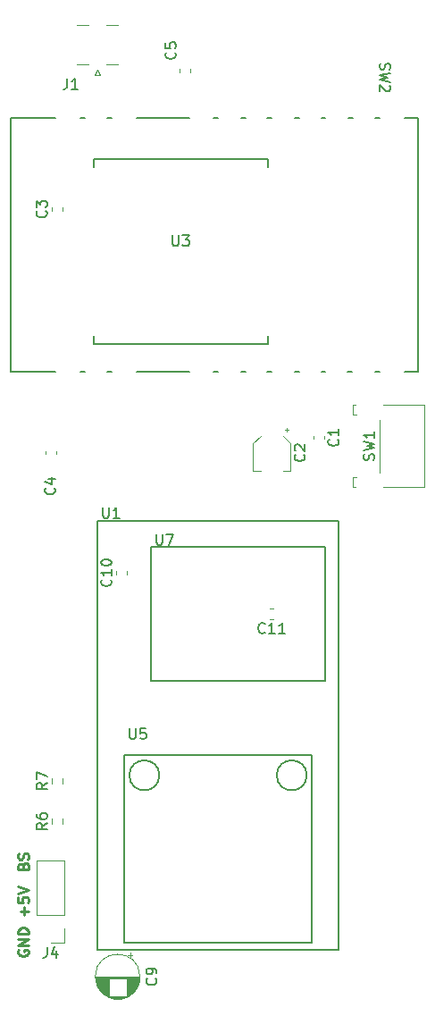
<source format=gto>
G04 #@! TF.GenerationSoftware,KiCad,Pcbnew,6.0.11+dfsg-1*
G04 #@! TF.CreationDate,2024-11-16T17:33:14+02:00*
G04 #@! TF.ProjectId,lora_tracker,6c6f7261-5f74-4726-9163-6b65722e6b69,rev?*
G04 #@! TF.SameCoordinates,Original*
G04 #@! TF.FileFunction,Legend,Top*
G04 #@! TF.FilePolarity,Positive*
%FSLAX46Y46*%
G04 Gerber Fmt 4.6, Leading zero omitted, Abs format (unit mm)*
G04 Created by KiCad (PCBNEW 6.0.11+dfsg-1) date 2024-11-16 17:33:14*
%MOMM*%
%LPD*%
G01*
G04 APERTURE LIST*
%ADD10C,0.250000*%
%ADD11C,0.150000*%
%ADD12C,0.120000*%
%ADD13C,0.127000*%
G04 APERTURE END LIST*
D10*
X75636428Y-128285714D02*
X75636428Y-127523809D01*
X76017380Y-127904761D02*
X75255476Y-127904761D01*
X75017380Y-126571428D02*
X75017380Y-127047619D01*
X75493571Y-127095238D01*
X75445952Y-127047619D01*
X75398333Y-126952380D01*
X75398333Y-126714285D01*
X75445952Y-126619047D01*
X75493571Y-126571428D01*
X75588809Y-126523809D01*
X75826904Y-126523809D01*
X75922142Y-126571428D01*
X75969761Y-126619047D01*
X76017380Y-126714285D01*
X76017380Y-126952380D01*
X75969761Y-127047619D01*
X75922142Y-127095238D01*
X75017380Y-126238095D02*
X76017380Y-125904761D01*
X75017380Y-125571428D01*
X75493571Y-123594761D02*
X75541190Y-123451904D01*
X75588809Y-123404285D01*
X75684047Y-123356666D01*
X75826904Y-123356666D01*
X75922142Y-123404285D01*
X75969761Y-123451904D01*
X76017380Y-123547142D01*
X76017380Y-123928095D01*
X75017380Y-123928095D01*
X75017380Y-123594761D01*
X75065000Y-123499523D01*
X75112619Y-123451904D01*
X75207857Y-123404285D01*
X75303095Y-123404285D01*
X75398333Y-123451904D01*
X75445952Y-123499523D01*
X75493571Y-123594761D01*
X75493571Y-123928095D01*
X75969761Y-122975714D02*
X76017380Y-122832857D01*
X76017380Y-122594761D01*
X75969761Y-122499523D01*
X75922142Y-122451904D01*
X75826904Y-122404285D01*
X75731666Y-122404285D01*
X75636428Y-122451904D01*
X75588809Y-122499523D01*
X75541190Y-122594761D01*
X75493571Y-122785238D01*
X75445952Y-122880476D01*
X75398333Y-122928095D01*
X75303095Y-122975714D01*
X75207857Y-122975714D01*
X75112619Y-122928095D01*
X75065000Y-122880476D01*
X75017380Y-122785238D01*
X75017380Y-122547142D01*
X75065000Y-122404285D01*
X75065000Y-131571904D02*
X75017380Y-131667142D01*
X75017380Y-131810000D01*
X75065000Y-131952857D01*
X75160238Y-132048095D01*
X75255476Y-132095714D01*
X75445952Y-132143333D01*
X75588809Y-132143333D01*
X75779285Y-132095714D01*
X75874523Y-132048095D01*
X75969761Y-131952857D01*
X76017380Y-131810000D01*
X76017380Y-131714761D01*
X75969761Y-131571904D01*
X75922142Y-131524285D01*
X75588809Y-131524285D01*
X75588809Y-131714761D01*
X76017380Y-131095714D02*
X75017380Y-131095714D01*
X76017380Y-130524285D01*
X75017380Y-130524285D01*
X76017380Y-130048095D02*
X75017380Y-130048095D01*
X75017380Y-129810000D01*
X75065000Y-129667142D01*
X75160238Y-129571904D01*
X75255476Y-129524285D01*
X75445952Y-129476666D01*
X75588809Y-129476666D01*
X75779285Y-129524285D01*
X75874523Y-129571904D01*
X75969761Y-129667142D01*
X76017380Y-129810000D01*
X76017380Y-130048095D01*
D11*
X102117142Y-84621666D02*
X102164761Y-84669285D01*
X102212380Y-84812142D01*
X102212380Y-84907380D01*
X102164761Y-85050238D01*
X102069523Y-85145476D01*
X101974285Y-85193095D01*
X101783809Y-85240714D01*
X101640952Y-85240714D01*
X101450476Y-85193095D01*
X101355238Y-85145476D01*
X101260000Y-85050238D01*
X101212380Y-84907380D01*
X101212380Y-84812142D01*
X101260000Y-84669285D01*
X101307619Y-84621666D01*
X101307619Y-84240714D02*
X101260000Y-84193095D01*
X101212380Y-84097857D01*
X101212380Y-83859761D01*
X101260000Y-83764523D01*
X101307619Y-83716904D01*
X101402857Y-83669285D01*
X101498095Y-83669285D01*
X101640952Y-83716904D01*
X102212380Y-84288333D01*
X102212380Y-83669285D01*
X105332142Y-83186666D02*
X105379761Y-83234285D01*
X105427380Y-83377142D01*
X105427380Y-83472380D01*
X105379761Y-83615238D01*
X105284523Y-83710476D01*
X105189285Y-83758095D01*
X104998809Y-83805714D01*
X104855952Y-83805714D01*
X104665476Y-83758095D01*
X104570238Y-83710476D01*
X104475000Y-83615238D01*
X104427380Y-83472380D01*
X104427380Y-83377142D01*
X104475000Y-83234285D01*
X104522619Y-83186666D01*
X105427380Y-82234285D02*
X105427380Y-82805714D01*
X105427380Y-82520000D02*
X104427380Y-82520000D01*
X104570238Y-82615238D01*
X104665476Y-82710476D01*
X104713095Y-82805714D01*
X89662095Y-63857380D02*
X89662095Y-64666904D01*
X89709714Y-64762142D01*
X89757333Y-64809761D01*
X89852571Y-64857380D01*
X90043047Y-64857380D01*
X90138285Y-64809761D01*
X90185904Y-64762142D01*
X90233523Y-64666904D01*
X90233523Y-63857380D01*
X90614476Y-63857380D02*
X91233523Y-63857380D01*
X90900190Y-64238333D01*
X91043047Y-64238333D01*
X91138285Y-64285952D01*
X91185904Y-64333571D01*
X91233523Y-64428809D01*
X91233523Y-64666904D01*
X91185904Y-64762142D01*
X91138285Y-64809761D01*
X91043047Y-64857380D01*
X90757333Y-64857380D01*
X90662095Y-64809761D01*
X90614476Y-64762142D01*
X77667142Y-61534166D02*
X77714761Y-61581785D01*
X77762380Y-61724642D01*
X77762380Y-61819880D01*
X77714761Y-61962738D01*
X77619523Y-62057976D01*
X77524285Y-62105595D01*
X77333809Y-62153214D01*
X77190952Y-62153214D01*
X77000476Y-62105595D01*
X76905238Y-62057976D01*
X76810000Y-61962738D01*
X76762380Y-61819880D01*
X76762380Y-61724642D01*
X76810000Y-61581785D01*
X76857619Y-61534166D01*
X76762380Y-61200833D02*
X76762380Y-60581785D01*
X77143333Y-60915119D01*
X77143333Y-60772261D01*
X77190952Y-60677023D01*
X77238571Y-60629404D01*
X77333809Y-60581785D01*
X77571904Y-60581785D01*
X77667142Y-60629404D01*
X77714761Y-60677023D01*
X77762380Y-60772261D01*
X77762380Y-61057976D01*
X77714761Y-61153214D01*
X77667142Y-61200833D01*
X88062142Y-134261270D02*
X88109761Y-134308889D01*
X88157380Y-134451746D01*
X88157380Y-134546984D01*
X88109761Y-134689842D01*
X88014523Y-134785080D01*
X87919285Y-134832699D01*
X87728809Y-134880318D01*
X87585952Y-134880318D01*
X87395476Y-134832699D01*
X87300238Y-134785080D01*
X87205000Y-134689842D01*
X87157380Y-134546984D01*
X87157380Y-134451746D01*
X87205000Y-134308889D01*
X87252619Y-134261270D01*
X88157380Y-133785080D02*
X88157380Y-133594604D01*
X88109761Y-133499365D01*
X88062142Y-133451746D01*
X87919285Y-133356508D01*
X87728809Y-133308889D01*
X87347857Y-133308889D01*
X87252619Y-133356508D01*
X87205000Y-133404127D01*
X87157380Y-133499365D01*
X87157380Y-133689842D01*
X87205000Y-133785080D01*
X87252619Y-133832699D01*
X87347857Y-133880318D01*
X87585952Y-133880318D01*
X87681190Y-133832699D01*
X87728809Y-133785080D01*
X87776428Y-133689842D01*
X87776428Y-133499365D01*
X87728809Y-133404127D01*
X87681190Y-133356508D01*
X87585952Y-133308889D01*
X108739761Y-85153333D02*
X108787380Y-85010476D01*
X108787380Y-84772380D01*
X108739761Y-84677142D01*
X108692142Y-84629523D01*
X108596904Y-84581904D01*
X108501666Y-84581904D01*
X108406428Y-84629523D01*
X108358809Y-84677142D01*
X108311190Y-84772380D01*
X108263571Y-84962857D01*
X108215952Y-85058095D01*
X108168333Y-85105714D01*
X108073095Y-85153333D01*
X107977857Y-85153333D01*
X107882619Y-85105714D01*
X107835000Y-85058095D01*
X107787380Y-84962857D01*
X107787380Y-84724761D01*
X107835000Y-84581904D01*
X107787380Y-84248571D02*
X108787380Y-84010476D01*
X108073095Y-83820000D01*
X108787380Y-83629523D01*
X107787380Y-83391428D01*
X108787380Y-82486666D02*
X108787380Y-83058095D01*
X108787380Y-82772380D02*
X107787380Y-82772380D01*
X107930238Y-82867619D01*
X108025476Y-82962857D01*
X108073095Y-83058095D01*
X85598095Y-110577380D02*
X85598095Y-111386904D01*
X85645714Y-111482142D01*
X85693333Y-111529761D01*
X85788571Y-111577380D01*
X85979047Y-111577380D01*
X86074285Y-111529761D01*
X86121904Y-111482142D01*
X86169523Y-111386904D01*
X86169523Y-110577380D01*
X87121904Y-110577380D02*
X86645714Y-110577380D01*
X86598095Y-111053571D01*
X86645714Y-111005952D01*
X86740952Y-110958333D01*
X86979047Y-110958333D01*
X87074285Y-111005952D01*
X87121904Y-111053571D01*
X87169523Y-111148809D01*
X87169523Y-111386904D01*
X87121904Y-111482142D01*
X87074285Y-111529761D01*
X86979047Y-111577380D01*
X86740952Y-111577380D01*
X86645714Y-111529761D01*
X86598095Y-111482142D01*
X89892142Y-46521666D02*
X89939761Y-46569285D01*
X89987380Y-46712142D01*
X89987380Y-46807380D01*
X89939761Y-46950238D01*
X89844523Y-47045476D01*
X89749285Y-47093095D01*
X89558809Y-47140714D01*
X89415952Y-47140714D01*
X89225476Y-47093095D01*
X89130238Y-47045476D01*
X89035000Y-46950238D01*
X88987380Y-46807380D01*
X88987380Y-46712142D01*
X89035000Y-46569285D01*
X89082619Y-46521666D01*
X88987380Y-45616904D02*
X88987380Y-46093095D01*
X89463571Y-46140714D01*
X89415952Y-46093095D01*
X89368333Y-45997857D01*
X89368333Y-45759761D01*
X89415952Y-45664523D01*
X89463571Y-45616904D01*
X89558809Y-45569285D01*
X89796904Y-45569285D01*
X89892142Y-45616904D01*
X89939761Y-45664523D01*
X89987380Y-45759761D01*
X89987380Y-45997857D01*
X89939761Y-46093095D01*
X89892142Y-46140714D01*
X109362738Y-47561666D02*
X109315119Y-47704523D01*
X109315119Y-47942619D01*
X109362738Y-48037857D01*
X109410357Y-48085476D01*
X109505595Y-48133095D01*
X109600833Y-48133095D01*
X109696071Y-48085476D01*
X109743690Y-48037857D01*
X109791309Y-47942619D01*
X109838928Y-47752142D01*
X109886547Y-47656904D01*
X109934166Y-47609285D01*
X110029404Y-47561666D01*
X110124642Y-47561666D01*
X110219880Y-47609285D01*
X110267500Y-47656904D01*
X110315119Y-47752142D01*
X110315119Y-47990238D01*
X110267500Y-48133095D01*
X110315119Y-48466428D02*
X109315119Y-48704523D01*
X110029404Y-48895000D01*
X109315119Y-49085476D01*
X110315119Y-49323571D01*
X110219880Y-49656904D02*
X110267500Y-49704523D01*
X110315119Y-49799761D01*
X110315119Y-50037857D01*
X110267500Y-50133095D01*
X110219880Y-50180714D01*
X110124642Y-50228333D01*
X110029404Y-50228333D01*
X109886547Y-50180714D01*
X109315119Y-49609285D01*
X109315119Y-50228333D01*
X78462142Y-87796666D02*
X78509761Y-87844285D01*
X78557380Y-87987142D01*
X78557380Y-88082380D01*
X78509761Y-88225238D01*
X78414523Y-88320476D01*
X78319285Y-88368095D01*
X78128809Y-88415714D01*
X77985952Y-88415714D01*
X77795476Y-88368095D01*
X77700238Y-88320476D01*
X77605000Y-88225238D01*
X77557380Y-88082380D01*
X77557380Y-87987142D01*
X77605000Y-87844285D01*
X77652619Y-87796666D01*
X77890714Y-86939523D02*
X78557380Y-86939523D01*
X77509761Y-87177619D02*
X78224047Y-87415714D01*
X78224047Y-86796666D01*
X83782142Y-96465357D02*
X83829761Y-96512976D01*
X83877380Y-96655833D01*
X83877380Y-96751071D01*
X83829761Y-96893928D01*
X83734523Y-96989166D01*
X83639285Y-97036785D01*
X83448809Y-97084404D01*
X83305952Y-97084404D01*
X83115476Y-97036785D01*
X83020238Y-96989166D01*
X82925000Y-96893928D01*
X82877380Y-96751071D01*
X82877380Y-96655833D01*
X82925000Y-96512976D01*
X82972619Y-96465357D01*
X83877380Y-95512976D02*
X83877380Y-96084404D01*
X83877380Y-95798690D02*
X82877380Y-95798690D01*
X83020238Y-95893928D01*
X83115476Y-95989166D01*
X83163095Y-96084404D01*
X82877380Y-94893928D02*
X82877380Y-94798690D01*
X82925000Y-94703452D01*
X82972619Y-94655833D01*
X83067857Y-94608214D01*
X83258333Y-94560595D01*
X83496428Y-94560595D01*
X83686904Y-94608214D01*
X83782142Y-94655833D01*
X83829761Y-94703452D01*
X83877380Y-94798690D01*
X83877380Y-94893928D01*
X83829761Y-94989166D01*
X83782142Y-95036785D01*
X83686904Y-95084404D01*
X83496428Y-95132023D01*
X83258333Y-95132023D01*
X83067857Y-95084404D01*
X82972619Y-95036785D01*
X82925000Y-94989166D01*
X82877380Y-94893928D01*
X77762380Y-119546666D02*
X77286190Y-119880000D01*
X77762380Y-120118095D02*
X76762380Y-120118095D01*
X76762380Y-119737142D01*
X76810000Y-119641904D01*
X76857619Y-119594285D01*
X76952857Y-119546666D01*
X77095714Y-119546666D01*
X77190952Y-119594285D01*
X77238571Y-119641904D01*
X77286190Y-119737142D01*
X77286190Y-120118095D01*
X76762380Y-118689523D02*
X76762380Y-118880000D01*
X76810000Y-118975238D01*
X76857619Y-119022857D01*
X77000476Y-119118095D01*
X77190952Y-119165714D01*
X77571904Y-119165714D01*
X77667142Y-119118095D01*
X77714761Y-119070476D01*
X77762380Y-118975238D01*
X77762380Y-118784761D01*
X77714761Y-118689523D01*
X77667142Y-118641904D01*
X77571904Y-118594285D01*
X77333809Y-118594285D01*
X77238571Y-118641904D01*
X77190952Y-118689523D01*
X77143333Y-118784761D01*
X77143333Y-118975238D01*
X77190952Y-119070476D01*
X77238571Y-119118095D01*
X77333809Y-119165714D01*
X83058095Y-89622380D02*
X83058095Y-90431904D01*
X83105714Y-90527142D01*
X83153333Y-90574761D01*
X83248571Y-90622380D01*
X83439047Y-90622380D01*
X83534285Y-90574761D01*
X83581904Y-90527142D01*
X83629523Y-90431904D01*
X83629523Y-89622380D01*
X84629523Y-90622380D02*
X84058095Y-90622380D01*
X84343809Y-90622380D02*
X84343809Y-89622380D01*
X84248571Y-89765238D01*
X84153333Y-89860476D01*
X84058095Y-89908095D01*
X77771666Y-131307380D02*
X77771666Y-132021666D01*
X77724047Y-132164523D01*
X77628809Y-132259761D01*
X77485952Y-132307380D01*
X77390714Y-132307380D01*
X78676428Y-131640714D02*
X78676428Y-132307380D01*
X78438333Y-131259761D02*
X78200238Y-131974047D01*
X78819285Y-131974047D01*
X77762380Y-115736666D02*
X77286190Y-116070000D01*
X77762380Y-116308095D02*
X76762380Y-116308095D01*
X76762380Y-115927142D01*
X76810000Y-115831904D01*
X76857619Y-115784285D01*
X76952857Y-115736666D01*
X77095714Y-115736666D01*
X77190952Y-115784285D01*
X77238571Y-115831904D01*
X77286190Y-115927142D01*
X77286190Y-116308095D01*
X76762380Y-115403333D02*
X76762380Y-114736666D01*
X77762380Y-115165238D01*
X79676666Y-48982380D02*
X79676666Y-49696666D01*
X79629047Y-49839523D01*
X79533809Y-49934761D01*
X79390952Y-49982380D01*
X79295714Y-49982380D01*
X80676666Y-49982380D02*
X80105238Y-49982380D01*
X80390952Y-49982380D02*
X80390952Y-48982380D01*
X80295714Y-49125238D01*
X80200476Y-49220476D01*
X80105238Y-49268095D01*
X98417142Y-101482142D02*
X98369523Y-101529761D01*
X98226666Y-101577380D01*
X98131428Y-101577380D01*
X97988571Y-101529761D01*
X97893333Y-101434523D01*
X97845714Y-101339285D01*
X97798095Y-101148809D01*
X97798095Y-101005952D01*
X97845714Y-100815476D01*
X97893333Y-100720238D01*
X97988571Y-100625000D01*
X98131428Y-100577380D01*
X98226666Y-100577380D01*
X98369523Y-100625000D01*
X98417142Y-100672619D01*
X99369523Y-101577380D02*
X98798095Y-101577380D01*
X99083809Y-101577380D02*
X99083809Y-100577380D01*
X98988571Y-100720238D01*
X98893333Y-100815476D01*
X98798095Y-100863095D01*
X100321904Y-101577380D02*
X99750476Y-101577380D01*
X100036190Y-101577380D02*
X100036190Y-100577380D01*
X99940952Y-100720238D01*
X99845714Y-100815476D01*
X99750476Y-100863095D01*
X88138095Y-92162380D02*
X88138095Y-92971904D01*
X88185714Y-93067142D01*
X88233333Y-93114761D01*
X88328571Y-93162380D01*
X88519047Y-93162380D01*
X88614285Y-93114761D01*
X88661904Y-93067142D01*
X88709523Y-92971904D01*
X88709523Y-92162380D01*
X89090476Y-92162380D02*
X89757142Y-92162380D01*
X89328571Y-93162380D01*
D12*
X100820000Y-83584437D02*
X100820000Y-86215000D01*
X100820000Y-86215000D02*
X100120000Y-86215000D01*
X100120000Y-82884437D02*
X100820000Y-83584437D01*
X100682500Y-82267500D02*
X100307500Y-82267500D01*
X97300000Y-86215000D02*
X98000000Y-86215000D01*
X100495000Y-82080000D02*
X100495000Y-82455000D01*
X97300000Y-83584437D02*
X97300000Y-86215000D01*
X98000000Y-82884437D02*
X97300000Y-83584437D01*
X104055000Y-82873733D02*
X104055000Y-83166267D01*
X103035000Y-82873733D02*
X103035000Y-83166267D01*
D11*
X98674000Y-74155000D02*
X98674000Y-73405000D01*
X82174000Y-74155000D02*
X98674000Y-74155000D01*
X82174000Y-57405000D02*
X82174000Y-56655000D01*
X82174000Y-73405000D02*
X82174000Y-74155000D01*
X82174000Y-56655000D02*
X98674000Y-56655000D01*
X98674000Y-56655000D02*
X98674000Y-57405000D01*
D12*
X78230000Y-61513767D02*
X78230000Y-61221233D01*
X79250000Y-61513767D02*
X79250000Y-61221233D01*
D13*
X80958501Y-52770000D02*
X81358501Y-52770000D01*
X106258501Y-76770000D02*
X106658501Y-76770000D01*
X74358501Y-52770000D02*
X78558501Y-52770000D01*
X83458501Y-76770000D02*
X83858501Y-76770000D01*
X80958501Y-76770000D02*
X81358501Y-76770000D01*
X93558501Y-52770000D02*
X93958501Y-52770000D01*
X96158501Y-76770000D02*
X96558501Y-76770000D01*
X74358501Y-76770000D02*
X74358501Y-52770000D01*
X93558501Y-76770000D02*
X93958501Y-76770000D01*
X112958501Y-52770000D02*
X111658501Y-52770000D01*
X86258501Y-76770000D02*
X91258501Y-76770000D01*
X98658501Y-52770000D02*
X99058501Y-52770000D01*
X112958501Y-76770000D02*
X112958501Y-52770000D01*
X83458501Y-52770000D02*
X83858501Y-52770000D01*
X86258501Y-52770000D02*
X91258501Y-52770000D01*
X101258501Y-76770000D02*
X101658501Y-76770000D01*
X103758501Y-52770000D02*
X104158501Y-52770000D01*
X98658501Y-76770000D02*
X99058501Y-76770000D01*
X108858501Y-76770000D02*
X109258501Y-76770000D01*
X96158501Y-52770000D02*
X96558501Y-52770000D01*
X101258501Y-52770000D02*
X101658501Y-52770000D01*
X103758501Y-76770000D02*
X104158501Y-76770000D01*
X78558501Y-76770000D02*
X74358501Y-76770000D01*
X111658501Y-76770000D02*
X112958501Y-76770000D01*
X106358501Y-52770000D02*
X106758501Y-52770000D01*
X108858501Y-52770000D02*
X109258501Y-52770000D01*
D12*
X83615000Y-135295604D02*
X82747000Y-135295604D01*
X83615000Y-135255604D02*
X82720000Y-135255604D01*
X86460000Y-134654604D02*
X85295000Y-134654604D01*
X85851000Y-135655604D02*
X85295000Y-135655604D01*
X86263000Y-135135604D02*
X85295000Y-135135604D01*
X86190000Y-135255604D02*
X85295000Y-135255604D01*
X86344000Y-134975604D02*
X85295000Y-134975604D01*
X86489000Y-134534604D02*
X85295000Y-134534604D01*
X83615000Y-134774604D02*
X82487000Y-134774604D01*
X86480000Y-134574604D02*
X85295000Y-134574604D01*
X83615000Y-135095604D02*
X82625000Y-135095604D01*
X83615000Y-135135604D02*
X82647000Y-135135604D01*
X86526000Y-134294604D02*
X85295000Y-134294604D01*
X83615000Y-134815604D02*
X82501000Y-134815604D01*
X83615000Y-135375604D02*
X82805000Y-135375604D01*
X83615000Y-135735604D02*
X83151000Y-135735604D01*
X83615000Y-135335604D02*
X82775000Y-135335604D01*
X86007000Y-135495604D02*
X85295000Y-135495604D01*
X85655000Y-135815604D02*
X85295000Y-135815604D01*
X85933000Y-135575604D02*
X85295000Y-135575604D01*
X86534000Y-134174604D02*
X82376000Y-134174604D01*
X86163000Y-135295604D02*
X85295000Y-135295604D01*
X83615000Y-135015604D02*
X82585000Y-135015604D01*
X86522000Y-134334604D02*
X85295000Y-134334604D01*
X86517000Y-134374604D02*
X85295000Y-134374604D01*
X83615000Y-134694604D02*
X82461000Y-134694604D01*
X85971000Y-135535604D02*
X85295000Y-135535604D01*
X86135000Y-135335604D02*
X85295000Y-135335604D01*
X86362000Y-134935604D02*
X85295000Y-134935604D01*
X86423000Y-134774604D02*
X85295000Y-134774604D01*
X83615000Y-134574604D02*
X82430000Y-134574604D01*
X85650000Y-131824803D02*
X85650000Y-132224803D01*
X86240000Y-135175604D02*
X85295000Y-135175604D01*
X86409000Y-134815604D02*
X85295000Y-134815604D01*
X83615000Y-134654604D02*
X82450000Y-134654604D01*
X85223000Y-136055604D02*
X83687000Y-136055604D01*
X85468000Y-135935604D02*
X83442000Y-135935604D01*
X83615000Y-135655604D02*
X83059000Y-135655604D01*
X83615000Y-135535604D02*
X82939000Y-135535604D01*
X83615000Y-134534604D02*
X82421000Y-134534604D01*
X83615000Y-134734604D02*
X82473000Y-134734604D01*
X83615000Y-135815604D02*
X83255000Y-135815604D01*
X86437000Y-134734604D02*
X85295000Y-134734604D01*
X83615000Y-134614604D02*
X82439000Y-134614604D01*
X86042000Y-135455604D02*
X85295000Y-135455604D01*
X86532000Y-134214604D02*
X82378000Y-134214604D01*
X83615000Y-135695604D02*
X83104000Y-135695604D01*
X85597000Y-135855604D02*
X85295000Y-135855604D01*
X86105000Y-135375604D02*
X85295000Y-135375604D01*
X85806000Y-135695604D02*
X85295000Y-135695604D01*
X85535000Y-135895604D02*
X85295000Y-135895604D01*
X86511000Y-134414604D02*
X85295000Y-134414604D01*
X83615000Y-135575604D02*
X82977000Y-135575604D01*
X85119000Y-136095604D02*
X83791000Y-136095604D01*
X86529000Y-134254604D02*
X82381000Y-134254604D01*
X86285000Y-135095604D02*
X85295000Y-135095604D01*
X84825000Y-136175604D02*
X84085000Y-136175604D01*
X85395000Y-135975604D02*
X83515000Y-135975604D01*
X86535000Y-134134604D02*
X82375000Y-134134604D01*
X86449000Y-134694604D02*
X85295000Y-134694604D01*
X86325000Y-135015604D02*
X85295000Y-135015604D01*
X85759000Y-135735604D02*
X85295000Y-135735604D01*
X86497000Y-134494604D02*
X85295000Y-134494604D01*
X86306000Y-135055604D02*
X85295000Y-135055604D01*
X83615000Y-134414604D02*
X82399000Y-134414604D01*
X83615000Y-134294604D02*
X82384000Y-134294604D01*
X83615000Y-134454604D02*
X82405000Y-134454604D01*
X83615000Y-134494604D02*
X82413000Y-134494604D01*
X83615000Y-135495604D02*
X82903000Y-135495604D01*
X86215000Y-135215604D02*
X85295000Y-135215604D01*
X86395000Y-134855604D02*
X85295000Y-134855604D01*
X83615000Y-134935604D02*
X82548000Y-134935604D01*
X83615000Y-134334604D02*
X82388000Y-134334604D01*
X86505000Y-134454604D02*
X85295000Y-134454604D01*
X84992000Y-136135604D02*
X83918000Y-136135604D01*
X83615000Y-134895604D02*
X82531000Y-134895604D01*
X83615000Y-135415604D02*
X82836000Y-135415604D01*
X86471000Y-134614604D02*
X85295000Y-134614604D01*
X83615000Y-135055604D02*
X82604000Y-135055604D01*
X86074000Y-135415604D02*
X85295000Y-135415604D01*
X86379000Y-134895604D02*
X85295000Y-134895604D01*
X83615000Y-134975604D02*
X82566000Y-134975604D01*
X83615000Y-135775604D02*
X83201000Y-135775604D01*
X85709000Y-135775604D02*
X85295000Y-135775604D01*
X85314000Y-136015604D02*
X83596000Y-136015604D01*
X85850000Y-132024803D02*
X85450000Y-132024803D01*
X83615000Y-135855604D02*
X83313000Y-135855604D01*
X83615000Y-135615604D02*
X83017000Y-135615604D01*
X83615000Y-135455604D02*
X82868000Y-135455604D01*
X83615000Y-134855604D02*
X82515000Y-134855604D01*
X83615000Y-135175604D02*
X82670000Y-135175604D01*
X83615000Y-135215604D02*
X82695000Y-135215604D01*
X85893000Y-135615604D02*
X85295000Y-135615604D01*
X83615000Y-135895604D02*
X83375000Y-135895604D01*
X83615000Y-134374604D02*
X82393000Y-134374604D01*
X86535000Y-134094604D02*
X82375000Y-134094604D01*
X86575000Y-134094604D02*
G75*
G03*
X86575000Y-134094604I-2120000J0D01*
G01*
X107015000Y-87690000D02*
X106715000Y-87690000D01*
X106715000Y-87690000D02*
X106715000Y-86800000D01*
X106715000Y-86800000D02*
X107065000Y-86800000D01*
X109265000Y-81330000D02*
X109265000Y-86310000D01*
X113505000Y-79950000D02*
X109655000Y-79950000D01*
X113505000Y-87690000D02*
X113505000Y-79950000D01*
X106715000Y-80840000D02*
X107065000Y-80840000D01*
X109655000Y-87690000D02*
X113505000Y-87690000D01*
X106715000Y-80840000D02*
X106715000Y-79950000D01*
X107015000Y-79950000D02*
X106715000Y-79950000D01*
D11*
X85090000Y-130897500D02*
X102870000Y-130897500D01*
X102870000Y-130897500D02*
X102870000Y-113117500D01*
X102870000Y-113117500D02*
X85090000Y-113117500D01*
X85090000Y-113117500D02*
X85090000Y-130897500D01*
X88414903Y-115022500D02*
G75*
G03*
X88414903Y-115022500I-1419903J0D01*
G01*
X102384903Y-115022500D02*
G75*
G03*
X102384903Y-115022500I-1419903J0D01*
G01*
D12*
X90295000Y-48406267D02*
X90295000Y-48113733D01*
X91315000Y-48406267D02*
X91315000Y-48113733D01*
X77595000Y-84601267D02*
X77595000Y-84308733D01*
X78615000Y-84601267D02*
X78615000Y-84308733D01*
X84345000Y-95968767D02*
X84345000Y-95676233D01*
X85365000Y-95968767D02*
X85365000Y-95676233D01*
X78217500Y-119634724D02*
X78217500Y-119125276D01*
X79262500Y-119634724D02*
X79262500Y-119125276D01*
D11*
X105410000Y-90892500D02*
X105410000Y-131532500D01*
X102870000Y-90892500D02*
X82550000Y-90892500D01*
X102870000Y-90892500D02*
X105410000Y-90892500D01*
X82550000Y-90892500D02*
X82550000Y-131532500D01*
X82550000Y-131532500D02*
X105410000Y-131532500D01*
D12*
X76775000Y-128255000D02*
X76775000Y-123115000D01*
X79435000Y-128255000D02*
X76775000Y-128255000D01*
X79435000Y-123115000D02*
X76775000Y-123115000D01*
X79435000Y-129525000D02*
X79435000Y-130855000D01*
X79435000Y-130855000D02*
X78105000Y-130855000D01*
X79435000Y-128255000D02*
X79435000Y-123115000D01*
X79262500Y-115824724D02*
X79262500Y-115315276D01*
X78217500Y-115824724D02*
X78217500Y-115315276D01*
X82800000Y-48697500D02*
X82550000Y-48197500D01*
X82300000Y-48697500D02*
X82800000Y-48697500D01*
X81710000Y-47647500D02*
X80600000Y-47647500D01*
X82550000Y-48197500D02*
X82300000Y-48697500D01*
X84500000Y-43937500D02*
X83390000Y-43937500D01*
X81710000Y-43937500D02*
X80600000Y-43937500D01*
X84500000Y-47647500D02*
X83390000Y-47647500D01*
X99206267Y-99185000D02*
X98913733Y-99185000D01*
X99206267Y-100205000D02*
X98913733Y-100205000D01*
D11*
X87630000Y-93345000D02*
X104140000Y-93345000D01*
X104140000Y-93345000D02*
X104140000Y-106045000D01*
X104140000Y-106045000D02*
X87630000Y-106045000D01*
X87630000Y-106045000D02*
X87630000Y-93345000D01*
M02*

</source>
